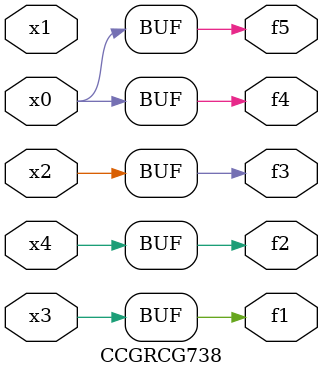
<source format=v>
module CCGRCG738(
	input x0, x1, x2, x3, x4,
	output f1, f2, f3, f4, f5
);
	assign f1 = x3;
	assign f2 = x4;
	assign f3 = x2;
	assign f4 = x0;
	assign f5 = x0;
endmodule

</source>
